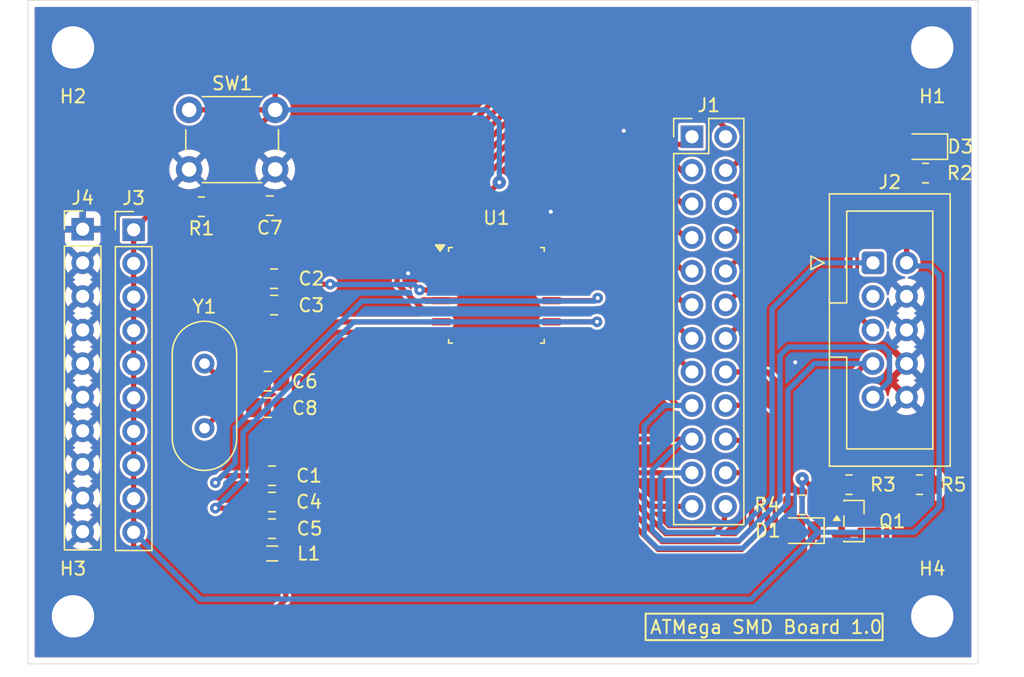
<source format=kicad_pcb>
(kicad_pcb (version 20241229) (generator "pcbnew") (generator_version "9.0")
  (title_block (title "ATMegaSMD_Board") (date "2025-10-26") (rev "1.0") (company "PKl"))
  (layers (0 "F.Cu" signal) (2 "B.Cu" signal) (13 "F.Paste" user) (15 "B.Paste" user) (5 "F.SilkS" user "F.Silkscreen") (7 "B.SilkS" user "B.Silkscreen") (1 "F.Mask" user) (3 "B.Mask" user) (25 "Edge.Cuts" user))
  (net 0 "")
  (net 1 "GND")
  (net 2 "AREF")
  (net 3 "VCC")
  (net 4 "AVCC")
  (net 5 "Net-(C6-Pad2)")
  (net 6 "XTAL1")
  (net 7 "Net-(C8-Pad1)")
  (net 8 "XTAL2")
  (net 10 "RESET")
  (net 11 "PD3")
  (net 12 "PC4")
  (net 13 "PD4")
  (net 14 "PB5")
  (net 15 "PB4")
  (net 16 "PB2")
  (net 17 "PD6")
  (net 18 "PC3")
  (net 19 "PC0")
  (net 20 "PC5")
  (net 21 "PB1")
  (net 22 "PD0")
  (net 23 "PD2")
  (net 24 "PB3")
  (net 25 "PC2")
  (net 26 "PD7")
  (net 27 "PD5")
  (net 28 "PD1")
  (net 29 "PB0")
  (net 30 "PC1")
  (net 31 "PE1")
  (net 32 "PE3")
  (net 33 "PE2")
  (net 34 "PE0")
  (net 35 "Net-(D1-K)")
  (net 36 "Net-(D1-A)")
  (net 37 "Net-(D3-A)")
  (net 38 "Net-(Q1-B)")
  (footprint "Package_TO_SOT_SMD:SOT-23" (layer "F.Cu") (at 184.0875 107.8)
    (property "Reference" "Q1" (at 2.8875 0.025 0) (layer "F.SilkS"))
    (property "Value" "BC847")
    (pad "1" smd roundrect (at -0.9375 -0.95) (size 1.475 0.6) (layers "F.Cu" "F.Mask" "F.Paste") (net 38 "Net-(Q1-B)"))
    (pad "2" smd roundrect (at -0.9375 0.95) (size 1.475 0.6) (layers "F.Cu" "F.Mask" "F.Paste") (net 1 "GND"))
    (pad "3" smd roundrect (at 0.9375 0) (size 1.475 0.6) (layers "F.Cu" "F.Mask" "F.Paste") (net 35 "Net-(D1-K)"))
  )
  (footprint "Capacitor_SMD:C_0805_2012Metric_Pad1.18x1.45mm_HandSolder" (layer "F.Cu") (at 140.285 89.48)
    (property "Reference" "C2" (at 2.815 -0.005 0) (layer "F.SilkS"))
    (property "Value" "100nF")
    (pad "1" smd roundrect (at -1.0375 0) (size 1.175 1.45) (layers "F.Cu" "F.Mask" "F.Paste") (roundrect_rratio 0.212766) (net 1 "GND"))
    (pad "2" smd roundrect (at 1.0375 0) (size 1.175 1.45) (layers "F.Cu" "F.Mask" "F.Paste") (roundrect_rratio 0.212766) (net 3 "VCC"))
  )
  (footprint "Connector_PinHeader_2.54mm:PinHeader_1x10_P2.54mm_Vertical" (layer "F.Cu") (at 125.83 85.74)
    (property "Reference" "J4" (at 0 -2.36 0) (layer "F.SilkS"))
    (property "Value" "Conn_01x10_Pin")
    (pad "1" thru_hole rect (at 0 0) (size 1.7 1.7) (drill 1) (layers "*.Cu" "*.Mask") (net 1 "GND"))
    (pad "2" thru_hole circle (at 0 2.54) (size 1.7 1.7) (drill 1) (layers "*.Cu" "*.Mask") (net 1 "GND"))
    (pad "3" thru_hole circle (at 0 5.08) (size 1.7 1.7) (drill 1) (layers "*.Cu" "*.Mask") (net 1 "GND"))
    (pad "4" thru_hole circle (at 0 7.62) (size 1.7 1.7) (drill 1) (layers "*.Cu" "*.Mask") (net 1 "GND"))
    (pad "5" thru_hole circle (at 0 10.16) (size 1.7 1.7) (drill 1) (layers "*.Cu" "*.Mask") (net 1 "GND"))
    (pad "6" thru_hole circle (at 0 12.7) (size 1.7 1.7) (drill 1) (layers "*.Cu" "*.Mask") (net 1 "GND"))
    (pad "7" thru_hole circle (at 0 15.24) (size 1.7 1.7) (drill 1) (layers "*.Cu" "*.Mask") (net 1 "GND"))
    (pad "8" thru_hole circle (at 0 17.78) (size 1.7 1.7) (drill 1) (layers "*.Cu" "*.Mask") (net 1 "GND"))
    (pad "9" thru_hole circle (at 0 20.32) (size 1.7 1.7) (drill 1) (layers "*.Cu" "*.Mask") (net 1 "GND"))
    (pad "10" thru_hole circle (at 0 22.86) (size 1.7 1.7) (drill 1) (layers "*.Cu" "*.Mask") (net 1 "GND"))
  )
  (footprint "Capacitor_SMD:C_0805_2012Metric_Pad1.18x1.45mm_HandSolder" (layer "F.Cu") (at 140.125 104.375 180)
    (property "Reference" "C1" (at -2.8 0 0) (layer "F.SilkS"))
    (property "Value" "100nF")
    (pad "1" smd roundrect (at -1.0375 0 180) (size 1.175 1.45) (layers "F.Cu" "F.Mask" "F.Paste") (roundrect_rratio 0.212766) (net 1 "GND"))
    (pad "2" smd roundrect (at 1.0375 0 180) (size 1.175 1.45) (layers "F.Cu" "F.Mask" "F.Paste") (roundrect_rratio 0.212766) (net 2 "AREF"))
  )
  (footprint "Connector_PinHeader_2.54mm:PinHeader_2x12_P2.54mm_Vertical" (layer "F.Cu") (at 171.85 78.75)
    (property "Reference" "J1" (at 1.27 -2.38 0) (layer "F.SilkS"))
    (property "Value" "Conn_02x12_Odd_Even")
    (pad "1" thru_hole rect (at 0 0) (size 1.7 1.7) (drill 1) (layers "*.Cu" "*.Mask") (net 20 "PC5"))
    (pad "2" thru_hole circle (at 2.54 0) (size 1.7 1.7) (drill 1) (layers "*.Cu" "*.Mask") (net 22 "PD0"))
    (pad "3" thru_hole circle (at 0 2.54) (size 1.7 1.7) (drill 1) (layers "*.Cu" "*.Mask") (net 12 "PC4"))
    (pad "4" thru_hole circle (at 2.54 2.54) (size 1.7 1.7) (drill 1) (layers "*.Cu" "*.Mask") (net 28 "PD1"))
    (pad "5" thru_hole circle (at 0 5.08) (size 1.7 1.7) (drill 1) (layers "*.Cu" "*.Mask") (net 18 "PC3"))
    (pad "6" thru_hole circle (at 2.54 5.08) (size 1.7 1.7) (drill 1) (layers "*.Cu" "*.Mask") (net 23 "PD2"))
    (pad "7" thru_hole circle (at 0 7.62) (size 1.7 1.7) (drill 1) (layers "*.Cu" "*.Mask") (net 25 "PC2"))
    (pad "8" thru_hole circle (at 2.54 7.62) (size 1.7 1.7) (drill 1) (layers "*.Cu" "*.Mask") (net 11 "PD3"))
    (pad "9" thru_hole circle (at 0 10.16) (size 1.7 1.7) (drill 1) (layers "*.Cu" "*.Mask") (net 30 "PC1"))
    (pad "10" thru_hole circle (at 2.54 10.16) (size 1.7 1.7) (drill 1) (layers "*.Cu" "*.Mask") (net 13 "PD4"))
    (pad "11" thru_hole circle (at 0 12.7) (size 1.7 1.7) (drill 1) (layers "*.Cu" "*.Mask") (net 19 "PC0"))
    (pad "12" thru_hole circle (at 2.54 12.7) (size 1.7 1.7) (drill 1) (layers "*.Cu" "*.Mask") (net 34 "PE0"))
    (pad "13" thru_hole circle (at 0 15.24) (size 1.7 1.7) (drill 1) (layers "*.Cu" "*.Mask") (net 32 "PE3"))
    (pad "14" thru_hole circle (at 2.54 15.24) (size 1.7 1.7) (drill 1) (layers "*.Cu" "*.Mask") (net 31 "PE1"))
    (pad "15" thru_hole circle (at 0 17.78) (size 1.7 1.7) (drill 1) (layers "*.Cu" "*.Mask") (net 33 "PE2"))
    (pad "16" thru_hole circle (at 2.54 17.78) (size 1.7 1.7) (drill 1) (layers "*.Cu" "*.Mask") (net 27 "PD5"))
    (pad "17" thru_hole circle (at 0 20.32) (size 1.7 1.7) (drill 1) (layers "*.Cu" "*.Mask") (net 14 "PB5"))
    (pad "18" thru_hole circle (at 2.54 20.32) (size 1.7 1.7) (drill 1) (layers "*.Cu" "*.Mask") (net 17 "PD6"))
    (pad "19" thru_hole circle (at 0 22.86) (size 1.7 1.7) (drill 1) (layers "*.Cu" "*.Mask") (net 15 "PB4"))
    (pad "20" thru_hole circle (at 2.54 22.86) (size 1.7 1.7) (drill 1) (layers "*.Cu" "*.Mask") (net 26 "PD7"))
    (pad "21" thru_hole circle (at 0 25.4) (size 1.7 1.7) (drill 1) (layers "*.Cu" "*.Mask") (net 24 "PB3"))
    (pad "22" thru_hole circle (at 2.54 25.4) (size 1.7 1.7) (drill 1) (layers "*.Cu" "*.Mask") (net 29 "PB0"))
    (pad "23" thru_hole circle (at 0 27.94) (size 1.7 1.7) (drill 1) (layers "*.Cu" "*.Mask") (net 16 "PB2"))
    (pad "24" thru_hole circle (at 2.54 27.94) (size 1.7 1.7) (drill 1) (layers "*.Cu" "*.Mask") (net 21 "PB1"))
  )
  (footprint "MountingHole:MountingHole_3.2mm_M3_DIN965_Pad" (layer "F.Cu") (at 125.1 72)
    (property "Reference" "H2" (at 0 3.7 0) (layer "F.SilkS"))
    (property "Value" "MountingHole_Pad" (hide yes))
    (pad "1" thru_hole circle (at 0 0) (size 5.6 5.6) (drill 3.2) (layers "*.Cu" "*.Mask") (net 1 "GND"))
  )
  (footprint "Resistor_SMD:R_0805_2012Metric" (layer "F.Cu") (at 189.0375 105.05 180)
    (property "Reference" "R5" (at -2.5625 0 0) (layer "F.SilkS"))
    (property "Value" "100kR")
    (pad "1" smd roundrect (at -0.9125 0 180) (size 1.025 1.4) (layers "F.Cu" "F.Mask" "F.Paste") (roundrect_rratio 0.243902) (net 1 "GND"))
    (pad "2" smd roundrect (at 0.9125 0 180) (size 1.025 1.4) (layers "F.Cu" "F.Mask" "F.Paste") (roundrect_rratio 0.243902) (net 38 "Net-(Q1-B)"))
  )
  (footprint "Capacitor_SMD:C_0805_2012Metric_Pad1.18x1.45mm_HandSolder" (layer "F.Cu") (at 139.96 83.96)
    (property "Reference" "C7" (at 0 1.675 0) (layer "F.SilkS"))
    (property "Value" "100nF" (hide yes))
    (pad "1" smd roundrect (at -1.0375 0) (size 1.175 1.45) (layers "F.Cu" "F.Mask" "F.Paste") (roundrect_rratio 0.212766) (net 10 "RESET"))
    (pad "2" smd roundrect (at 1.0375 0) (size 1.175 1.45) (layers "F.Cu" "F.Mask" "F.Paste") (roundrect_rratio 0.212766) (net 1 "GND"))
  )
  (footprint "Connector_IDC:IDC-Header_2x05_P2.54mm_Vertical" (layer "F.Cu") (at 185.52 88.28)
    (property "Reference" "J2" (at 1.27 -6.1 0) (layer "F.SilkS"))
    (property "Value" "AVR-ISP-10")
    (pad "1" thru_hole roundrect (at 0 0) (size 1.7 1.7) (drill 1) (layers "*.Cu" "*.Mask") (roundrect_rratio 0.147059) (net 24 "PB3"))
    (pad "2" thru_hole circle (at 2.54 0) (size 1.7 1.7) (drill 1) (layers "*.Cu" "*.Mask") (net 3 "VCC"))
    (pad "3" thru_hole circle (at 0 2.54) (size 1.7 1.7) (drill 1) (layers "*.Cu" "*.Mask"))
    (pad "4" thru_hole circle (at 2.54 2.54) (size 1.7 1.7) (drill 1) (layers "*.Cu" "*.Mask") (net 1 "GND"))
    (pad "5" thru_hole circle (at 0 5.08) (size 1.7 1.7) (drill 1) (layers "*.Cu" "*.Mask") (net 10 "RESET"))
    (pad "6" thru_hole circle (at 2.54 5.08) (size 1.7 1.7) (drill 1) (layers "*.Cu" "*.Mask") (net 1 "GND"))
    (pad "7" thru_hole circle (at 0 7.62) (size 1.7 1.7) (drill 1) (layers "*.Cu" "*.Mask") (net 14 "PB5"))
    (pad "8" thru_hole circle (at 2.54 7.62) (size 1.7 1.7) (drill 1) (layers "*.Cu" "*.Mask") (net 1 "GND"))
    (pad "9" thru_hole circle (at 0 10.16) (size 1.7 1.7) (drill 1) (layers "*.Cu" "*.Mask") (net 15 "PB4"))
    (pad "10" thru_hole circle (at 2.54 10.16) (size 1.7 1.7) (drill 1) (layers "*.Cu" "*.Mask") (net 1 "GND"))
  )
  (footprint "Resistor_SMD:R_0805_2012Metric" (layer "F.Cu") (at 189.4875 81.5)
    (property "Reference" "R2" (at 2.5875 0 0) (layer "F.SilkS"))
    (property "Value" "1K")
    (pad "1" smd roundrect (at -0.9125 0) (size 1.025 1.4) (layers "F.Cu" "F.Mask" "F.Paste") (roundrect_rratio 0.243902) (net 37 "Net-(D3-A)"))
    (pad "2" smd roundrect (at 0.9125 0) (size 1.025 1.4) (layers "F.Cu" "F.Mask" "F.Paste") (roundrect_rratio 0.243902) (net 3 "VCC"))
  )
  (footprint "LED_SMD:LED_0805_2012Metric" (layer "F.Cu") (at 189.475 79.5 180)
    (property "Reference" "D3" (at -2.65 0 0) (layer "F.SilkS"))
    (property "Value" "LED_PWR")
    (pad "1" smd roundrect (at -0.9375 0 180) (size 0.975 1.4) (layers "F.Cu" "F.Mask" "F.Paste") (net 1 "GND"))
    (pad "2" smd roundrect (at 0.9375 0 180) (size 0.975 1.4) (layers "F.Cu" "F.Mask" "F.Paste") (net 37 "Net-(D3-A)"))
  )
  (footprint "Resistor_SMD:R_0805_2012Metric" (layer "F.Cu") (at 134.7975 84.04)
    (property "Reference" "R1" (at 0 1.645 0) (layer "F.SilkS"))
    (property "Value" "10kR")
    (pad "1" smd roundrect (at -0.9125 0) (size 1.025 1.4) (layers "F.Cu" "F.Mask" "F.Paste") (roundrect_rratio 0.243902) (net 3 "VCC"))
    (pad "2" smd roundrect (at 0.9125 0) (size 1.025 1.4) (layers "F.Cu" "F.Mask" "F.Paste") (roundrect_rratio 0.243902) (net 10 "RESET"))
  )
  (footprint "Capacitor_SMD:C_0805_2012Metric_Pad1.18x1.45mm_HandSolder" (layer "F.Cu") (at 139.8 97.225 180)
    (property "Reference" "C6" (at -2.8075 -0.02 0) (layer "F.SilkS"))
    (property "Value" "22pF")
    (pad "1" smd roundrect (at -1.0375 0 180) (size 1.175 1.45) (layers "F.Cu" "F.Mask" "F.Paste") (roundrect_rratio 0.212766) (net 6 "XTAL1"))
    (pad "2" smd roundrect (at 1.0375 0 180) (size 1.175 1.45) (layers "F.Cu" "F.Mask" "F.Paste") (roundrect_rratio 0.212766) (net 5 "Net-(C6-Pad2)"))
  )
  (footprint "Capacitor_SMD:C_0805_2012Metric_Pad1.18x1.45mm_HandSolder" (layer "F.Cu") (at 140.1225 106.365)
    (property "Reference" "C4" (at 2.8025 -0.015 0) (layer "F.SilkS"))
    (property "Value" "100nF")
    (pad "1" smd roundrect (at -1.0375 0) (size 1.175 1.45) (layers "F.Cu" "F.Mask" "F.Paste") (roundrect_rratio 0.212766) (net 4 "AVCC"))
    (pad "2" smd roundrect (at 1.0375 0) (size 1.175 1.45) (layers "F.Cu" "F.Mask" "F.Paste") (roundrect_rratio 0.212766) (net 1 "GND"))
  )
  (footprint "Inductor_SMD:L_0805_2012Metric_Pad1.05x1.20mm_HandSolder" (layer "F.Cu") (at 140.15 110.25 180)
    (property "Reference" "L1" (at -2.755 -0.01 0) (layer "F.SilkS"))
    (property "Value" "600 Ω@100 MHz" (hide yes))
    (pad "1" smd roundrect (at -1.15 0 180) (size 1.05 1.2) (layers "F.Cu" "F.Mask" "F.Paste") (roundrect_rratio 0.238095) (net 3 "VCC"))
    (pad "2" smd roundrect (at 1.15 0 180) (size 1.05 1.2) (layers "F.Cu" "F.Mask" "F.Paste") (roundrect_rratio 0.238095) (net 4 "AVCC"))
  )
  (footprint "Connector_PinHeader_2.54mm:PinHeader_1x10_P2.54mm_Vertical" (layer "F.Cu") (at 129.68 85.785)
    (property "Reference" "J3" (at 0 -2.395 0) (layer "F.SilkS"))
    (property "Value" "Conn_01x10_Pin")
    (pad "1" thru_hole rect (at 0 0) (size 1.7 1.7) (drill 1) (layers "*.Cu" "*.Mask") (net 3 "VCC"))
    (pad "2" thru_hole circle (at 0 2.54) (size 1.7 1.7) (drill 1) (layers "*.Cu" "*.Mask") (net 3 "VCC"))
    (pad "3" thru_hole circle (at 0 5.08) (size 1.7 1.7) (drill 1) (layers "*.Cu" "*.Mask") (net 3 "VCC"))
    (pad "4" thru_hole circle (at 0 7.62) (size 1.7 1.7) (drill 1) (layers "*.Cu" "*.Mask") (net 3 "VCC"))
    (pad "5" thru_hole circle (at 0 10.16) (size 1.7 1.7) (drill 1) (layers "*.Cu" "*.Mask") (net 3 "VCC"))
    (pad "6" thru_hole circle (at 0 12.7) (size 1.7 1.7) (drill 1) (layers "*.Cu" "*.Mask") (net 3 "VCC"))
    (pad "7" thru_hole circle (at 0 15.24) (size 1.7 1.7) (drill 1) (layers "*.Cu" "*.Mask") (net 3 "VCC"))
    (pad "8" thru_hole circle (at 0 17.78) (size 1.7 1.7) (drill 1) (layers "*.Cu" "*.Mask") (net 3 "VCC"))
    (pad "9" thru_hole circle (at 0 20.32) (size 1.7 1.7) (drill 1) (layers "*.Cu" "*.Mask") (net 3 "VCC"))
    (pad "10" thru_hole circle (at 0 22.86) (size 1.7 1.7) (drill 1) (layers "*.Cu" "*.Mask") (net 3 "VCC"))
  )
  (footprint "Resistor_SMD:R_0805_2012Metric" (layer "F.Cu") (at 183.7125 105.05)
    (property "Reference" "R3" (at 2.5625 0 0) (layer "F.SilkS"))
    (property "Value" "10kR")
    (pad "1" smd roundrect (at -0.9125 0) (size 1.025 1.4) (layers "F.Cu" "F.Mask" "F.Paste") (roundrect_rratio 0.243902) (net 38 "Net-(Q1-B)"))
    (pad "2" smd roundrect (at 0.9125 0) (size 1.025 1.4) (layers "F.Cu" "F.Mask" "F.Paste") (roundrect_rratio 0.243902) (net 14 "PB5"))
  )
  (footprint "Package_QFP:TQFP-32_7x7mm_P0.8mm" (layer "F.Cu") (at 157.08 90.74)
    (property "Reference" "U1" (at 0 -5.85 0) (layer "F.SilkS"))
    (property "Value" "ATmega328PB-A")
    (pad "1" smd roundrect (at -4.1625 -2.8) (size 1.475 0.55) (layers "F.Cu" "F.Mask" "F.Paste") (net 11 "PD3"))
    (pad "2" smd roundrect (at -4.1625 -2) (size 1.475 0.55) (layers "F.Cu" "F.Mask" "F.Paste") (net 13 "PD4"))
    (pad "3" smd roundrect (at -4.1625 -1.2) (size 1.475 0.55) (layers "F.Cu" "F.Mask" "F.Paste") (net 34 "PE0"))
    (pad "4" smd roundrect (at -4.1625 -0.4) (size 1.475 0.55) (layers "F.Cu" "F.Mask" "F.Paste") (net 3 "VCC"))
    (pad "5" smd roundrect (at -4.1625 0.4) (size 1.475 0.55) (layers "F.Cu" "F.Mask" "F.Paste") (net 1 "GND"))
    (pad "6" smd roundrect (at -4.1625 1.2) (size 1.475 0.55) (layers "F.Cu" "F.Mask" "F.Paste") (net 31 "PE1"))
    (pad "7" smd roundrect (at -4.1625 2) (size 1.475 0.55) (layers "F.Cu" "F.Mask" "F.Paste") (net 6 "XTAL1"))
    (pad "8" smd roundrect (at -4.1625 2.8) (size 1.475 0.55) (layers "F.Cu" "F.Mask" "F.Paste") (net 8 "XTAL2"))
    (pad "9" smd roundrect (at -2.8 4.1625) (size 0.55 1.475) (layers "F.Cu" "F.Mask" "F.Paste") (net 27 "PD5"))
    (pad "10" smd roundrect (at -2 4.1625) (size 0.55 1.475) (layers "F.Cu" "F.Mask" "F.Paste") (net 17 "PD6"))
    (pad "11" smd roundrect (at -1.2 4.1625) (size 0.55 1.475) (layers "F.Cu" "F.Mask" "F.Paste") (net 26 "PD7"))
    (pad "12" smd roundrect (at -0.4 4.1625) (size 0.55 1.475) (layers "F.Cu" "F.Mask" "F.Paste") (net 29 "PB0"))
    (pad "13" smd roundrect (at 0.4 4.1625) (size 0.55 1.475) (layers "F.Cu" "F.Mask" "F.Paste") (net 21 "PB1"))
    (pad "14" smd roundrect (at 1.2 4.1625) (size 0.55 1.475) (layers "F.Cu" "F.Mask" "F.Paste") (net 16 "PB2"))
    (pad "15" smd roundrect (at 2 4.1625) (size 0.55 1.475) (layers "F.Cu" "F.Mask" "F.Paste") (net 24 "PB3"))
    (pad "16" smd roundrect (at 2.8 4.1625) (size 0.55 1.475) (layers "F.Cu" "F.Mask" "F.Paste") (net 15 "PB4"))
    (pad "17" smd roundrect (at 4.1625 2.8) (size 1.475 0.55) (layers "F.Cu" "F.Mask" "F.Paste") (net 14 "PB5"))
    (pad "18" smd roundrect (at 4.1625 2) (size 1.475 0.55) (layers "F.Cu" "F.Mask" "F.Paste") (net 4 "AVCC"))
    (pad "19" smd roundrect (at 4.1625 1.2) (size 1.475 0.55) (layers "F.Cu" "F.Mask" "F.Paste") (net 33 "PE2"))
    (pad "20" smd roundrect (at 4.1625 0.4) (size 1.475 0.55) (layers "F.Cu" "F.Mask" "F.Paste") (net 2 "AREF"))
    (pad "21" smd roundrect (at 4.1625 -0.4) (size 1.475 0.55) (layers "F.Cu" "F.Mask" "F.Paste") (net 1 "GND"))
    (pad "22" smd roundrect (at 4.1625 -1.2) (size 1.475 0.55) (layers "F.Cu" "F.Mask" "F.Paste") (net 32 "PE3"))
    (pad "23" smd roundrect (at 4.1625 -2) (size 1.475 0.55) (layers "F.Cu" "F.Mask" "F.Paste") (net 19 "PC0"))
    (pad "24" smd roundrect (at 4.1625 -2.8) (size 1.475 0.55) (layers "F.Cu" "F.Mask" "F.Paste") (net 30 "PC1"))
    (pad "25" smd roundrect (at 2.8 -4.1625) (size 0.55 1.475) (layers "F.Cu" "F.Mask" "F.Paste") (net 25 "PC2"))
    (pad "26" smd roundrect (at 2 -4.1625) (size 0.55 1.475) (layers "F.Cu" "F.Mask" "F.Paste") (net 18 "PC3"))
    (pad "27" smd roundrect (at 1.2 -4.1625) (size 0.55 1.475) (layers "F.Cu" "F.Mask" "F.Paste") (net 12 "PC4"))
    (pad "28" smd roundrect (at 0.4 -4.1625) (size 0.55 1.475) (layers "F.Cu" "F.Mask" "F.Paste") (net 20 "PC5"))
    (pad "29" smd roundrect (at -0.4 -4.1625) (size 0.55 1.475) (layers "F.Cu" "F.Mask" "F.Paste") (net 10 "RESET"))
    (pad "30" smd roundrect (at -1.2 -4.1625) (size 0.55 1.475) (layers "F.Cu" "F.Mask" "F.Paste") (net 22 "PD0"))
    (pad "31" smd roundrect (at -2 -4.1625) (size 0.55 1.475) (layers "F.Cu" "F.Mask" "F.Paste") (net 28 "PD1"))
    (pad "32" smd roundrect (at -2.8 -4.1625) (size 0.55 1.475) (layers "F.Cu" "F.Mask" "F.Paste") (net 23 "PD2"))
  )
  (footprint "Button_Switch_THT:SW_PUSH_6mm" (layer "F.Cu") (at 133.87 76.72)
    (property "Reference" "SW1" (at 3.25 -2 0) (layer "F.SilkS"))
    (property "Value" "Tact Switch 6x6mm / 13mm" (hide yes))
    (pad "1" thru_hole circle (at 0 0 90) (size 2 2) (drill 1.1) (layers "*.Cu" "*.Mask") (net 10 "RESET"))
    (pad "1" thru_hole circle (at 6.5 0 90) (size 2 2) (drill 1.1) (layers "*.Cu" "*.Mask") (net 10 "RESET"))
    (pad "2" thru_hole circle (at 0 4.5 90) (size 2 2) (drill 1.1) (layers "*.Cu" "*.Mask") (net 1 "GND"))
    (pad "2" thru_hole circle (at 6.5 4.5 90) (size 2 2) (drill 1.1) (layers "*.Cu" "*.Mask") (net 1 "GND"))
  )
  (footprint "LED_SMD:LED_0805_2012Metric" (layer "F.Cu") (at 180.15 108.525 180)
    (property "Reference" "D1" (at 2.575 0 0) (layer "F.SilkS"))
    (property "Value" "LED_SCK")
    (pad "1" smd roundrect (at -0.9375 0 180) (size 0.975 1.4) (layers "F.Cu" "F.Mask" "F.Paste") (net 35 "Net-(D1-K)"))
    (pad "2" smd roundrect (at 0.9375 0 180) (size 0.975 1.4) (layers "F.Cu" "F.Mask" "F.Paste") (net 36 "Net-(D1-A)"))
  )
  (footprint "MountingHole:MountingHole_3.2mm_M3_DIN965_Pad" (layer "F.Cu") (at 125.1 115)
    (property "Reference" "H3" (at 0 -3.6 0) (layer "F.SilkS"))
    (property "Value" "MountingHole_Pad")
    (pad "1" thru_hole circle (at 0 0) (size 5.6 5.6) (drill 3.2) (layers "*.Cu" "*.Mask") (net 1 "GND"))
  )
  (footprint "Capacitor_SMD:C_0805_2012Metric_Pad1.18x1.45mm_HandSolder" (layer "F.Cu") (at 140.125 108.375)
    (property "Reference" "C5" (at 2.8425 0 0) (layer "F.SilkS"))
    (property "Value" "1uF")
    (pad "1" smd roundrect (at -1.0375 0) (size 1.175 1.45) (layers "F.Cu" "F.Mask" "F.Paste") (roundrect_rratio 0.212766) (net 4 "AVCC"))
    (pad "2" smd roundrect (at 1.0375 0) (size 1.175 1.45) (layers "F.Cu" "F.Mask" "F.Paste") (roundrect_rratio 0.212766) (net 1 "GND"))
  )
  (footprint "Crystal:Crystal_HC49-4H_Vertical" (layer "F.Cu") (at 135.03 95.895 -90)
    (property "Reference" "Y1" (at -4.3 0 0) (layer "F.SilkS"))
    (property "Value" "16MHz")
    (pad "1" thru_hole circle (at 0 0 270) (size 1.5 1.5) (drill 0.8) (layers "*.Cu" "*.Mask") (net 5 "Net-(C6-Pad2)"))
    (pad "2" thru_hole circle (at 4.88 0 270) (size 1.5 1.5) (drill 0.8) (layers "*.Cu" "*.Mask") (net 7 "Net-(C8-Pad1)"))
  )
  (footprint "Resistor_SMD:R_0805_2012Metric" (layer "F.Cu") (at 180.1625 106.575)
    (property "Reference" "R4" (at -2.6375 0 0) (layer "F.SilkS"))
    (property "Value" "1K")
    (pad "1" smd roundrect (at -0.9125 0) (size 1.025 1.4) (layers "F.Cu" "F.Mask" "F.Paste") (roundrect_rratio 0.243902) (net 36 "Net-(D1-A)"))
    (pad "2" smd roundrect (at 0.9125 0) (size 1.025 1.4) (layers "F.Cu" "F.Mask" "F.Paste") (roundrect_rratio 0.243902) (net 3 "VCC"))
  )
  (footprint "Capacitor_SMD:C_0805_2012Metric_Pad1.18x1.45mm_HandSolder" (layer "F.Cu") (at 140.2875 91.475)
    (property "Reference" "C3" (at 2.8075 0.015 0) (layer "F.SilkS"))
    (property "Value" "1uF")
    (pad "1" smd roundrect (at -1.0375 0) (size 1.175 1.45) (layers "F.Cu" "F.Mask" "F.Paste") (roundrect_rratio 0.212766) (net 1 "GND"))
    (pad "2" smd roundrect (at 1.0375 0) (size 1.175 1.45) (layers "F.Cu" "F.Mask" "F.Paste") (roundrect_rratio 0.212766) (net 3 "VCC"))
  )
  (footprint "Capacitor_SMD:C_0805_2012Metric_Pad1.18x1.45mm_HandSolder" (layer "F.Cu") (at 139.8 99.225)
    (property "Reference" "C8" (at 2.8075 0.04 0) (layer "F.SilkS"))
    (property "Value" "22pF")
    (pad "1" smd roundrect (at -1.0375 0) (size 1.175 1.45) (layers "F.Cu" "F.Mask" "F.Paste") (roundrect_rratio 0.212766) (net 7 "Net-(C8-Pad1)"))
    (pad "2" smd roundrect (at 1.0375 0) (size 1.175 1.45) (layers "F.Cu" "F.Mask" "F.Paste") (roundrect_rratio 0.212766) (net 8 "XTAL2"))
  )
  (footprint "MountingHole:MountingHole_3.2mm_M3_DIN965_Pad" (layer "F.Cu") (at 190 115)
    (property "Reference" "H4" (at 0 -3.6 0) (layer "F.SilkS"))
    (property "Value" "MountingHole_Pad")
    (pad "1" thru_hole circle (at 0 0) (size 5.6 5.6) (drill 3.2) (layers "*.Cu" "*.Mask") (net 1 "GND"))
  )
  (footprint "MountingHole:MountingHole_3.2mm_M3_DIN965_Pad" (layer "F.Cu") (at 190 72)
    (property "Reference" "H1" (at 0 3.7 0) (layer "F.SilkS"))
    (property "Value" "MountingHole_Pad" (hide yes))
    (pad "1" thru_hole circle (at 0 0) (size 5.6 5.6) (drill 3.2) (layers "*.Cu" "*.Mask") (net 1 "GND"))
  )
  (gr_rect (start 168.35 114.8) (end 186.25 116.8) (stroke (width 0.15)) (fill no) (layer "F.SilkS"))
  (gr_rect (start 121.707152 68.44) (end 193.45 118.595) (stroke (width 0.05)) (fill no) (layer "Edge.Cuts"))
  (gr_text "ATMega SMD Board 1.0" (at 168.6 116.4 0) (layer "F.SilkS") (effects (font (size 1 1)) (justify left bottom)))
  (via (at 150.41 89.07) (size 0.8) (drill 0.3) (layers "F.Cu" "B.Cu") (net 1))
  (via (at 179.65 95.8) (size 0.8) (drill 0.3) (layers "F.Cu" "B.Cu") (net 1))
  (via (at 161.19 84.42) (size 0.8) (drill 0.3) (layers "F.Cu" "B.Cu") (net 1))
  (via (at 166.7 78.3) (size 0.8) (drill 0.3) (layers "F.Cu" "B.Cu") (net 1))
  (segment (start 136.375 104.375) (end 139.0875 104.375) (width 0.4) (layer "F.Cu") (net 2))
  (segment (start 164.53 91.14) (end 164.73 90.94) (width 0.4) (layer "F.Cu") (net 2))
  (segment (start 135.85 104.9) (end 136.375 104.375) (width 0.4) (layer "F.Cu") (net 2))
  (segment (start 161.2425 91.14) (end 164.53 91.14) (width 0.4) (layer "F.Cu") (net 2))
  (via (at 164.73 90.94) (size 0.8) (drill 0.3) (layers "F.Cu" "B.Cu") (net 2))
  (via (at 135.85 104.9) (size 0.8) (drill 0.3) (layers "F.Cu" "B.Cu") (net 2))
  (segment (start 164.5 91.17) (end 146.93 91.17) (width 0.4) (layer "B.Cu") (net 2))
  (segment (start 146.93 91.17) (end 137.35 100.75) (width 0.4) (layer "B.Cu") (net 2))
  (segment (start 164.73 90.94) (end 164.5 91.17) (width 0.4) (layer "B.Cu") (net 2))
  (segment (start 137.35 103.4) (end 135.85 104.9) (width 0.4) (layer "B.Cu") (net 2))
  (segment (start 137.35 100.75) (end 137.35 103.4) (width 0.4) (layer "B.Cu") (net 2))
  (segment (start 141.7325 89.89) (end 141.3225 89.48) (width 0.4) (layer "F.Cu") (net 3))
  (segment (start 141.325 91.475) (end 141.31 91.46) (width 0.4) (layer "F.Cu") (net 3))
  (segment (start 141.17 110.38) (end 141.17 113.72) (width 0.4) (layer "F.Cu") (net 3))
  (segment (start 180.25 104.6) (end 180.9375 105.2875) (width 0.4) (layer "F.Cu") (net 3))
  (segment (start 143.29 89.89) (end 141.7325 89.89) (width 0.4) (layer "F.Cu") (net 3))
  (segment (start 141.31 89.4925) (end 141.3225 89.48) (width 0.4) (layer "F.Cu") (net 3))
  (segment (start 129.68 85.785) (end 129.68 108.645) (width 0.4) (layer "F.Cu") (net 3))
  (segment (start 188.06 83.84) (end 188.06 88.28) (width 0.4) (layer "F.Cu") (net 3))
  (segment (start 141.17 113.72) (end 140.37 114.52) (width 0.4) (layer "F.Cu") (net 3))
  (segment (start 141.31 91.46) (end 141.31 89.4925) (width 0.4) (layer "F.Cu") (net 3))
  (segment (start 180.175 104.6) (end 180.25 104.6) (width 0.4) (layer "F.Cu") (net 3))
  (segment (start 141.3 110.25) (end 141.17 110.38) (width 0.4) (layer "F.Cu") (net 3))
  (segment (start 143.3 89.9) (end 143.29 89.89) (width 0.4) (layer "F.Cu") (net 3))
  (segment (start 133.885 84.04) (end 137.6775 87.8325) (width 0.4) (layer "F.Cu") (net 3))
  (segment (start 129.68 113.93) (end 129.68 108.645) (width 0.4) (layer "F.Cu") (net 3))
  (segment (start 151.28 90.34) (end 152.9175 90.34) (width 0.4) (layer "F.Cu") (net 3))
  (segment (start 180.9375 105.2875) (end 180.9375 106.575) (width 0.4) (layer "F.Cu") (net 3))
  (segment (start 131.425 84.04) (end 129.68 85.785) (width 0.4) (layer "F.Cu") (net 3))
  (segment (start 144.525 89.9) (end 143.3 89.9) (width 0.4) (layer "F.Cu") (net 3))
  (segment (start 133.885 84.04) (end 131.425 84.04) (width 0.4) (layer "F.Cu") (net 3))
  (segment (start 141.3225 89.48) (end 141.3225 87.8325) (width 0.4) (layer "F.Cu") (net 3))
  (segment (start 130.27 114.52) (end 129.68 113.93) (width 0.4) (layer "F.Cu") (net 3))
  (segment (start 140.37 114.52) (end 130.27 114.52) (width 0.4) (layer "F.Cu") (net 3))
  (segment (start 137.6775 87.8325) (end 140.95 87.8325) (width 0.4) (layer "F.Cu") (net 3))
  (segment (start 140.95 87.8325) (end 141.3225 87.8325) (width 0.4) (layer "F.Cu") (net 3))
  (segment (start 190.4 81.5) (end 188.06 83.84) (width 0.4) (layer "F.Cu") (net 3))
  (via (at 180.175 104.6) (size 1) (drill 0.3) (layers "F.Cu" "B.Cu") (net 3))
  (via (at 144.525 89.9) (size 0.8) (drill 0.3) (layers "F.Cu" "B.Cu") (net 3))
  (via (at 151.28 90.34) (size 0.8) (drill 0.3) (layers "F.Cu" "B.Cu") (net 3))
  (segment (start 180.175 107.445) (end 181.375 108.645) (width 0.4) (layer "B.Cu") (net 3))
  (segment (start 180.175 104.6) (end 180.175 107.445) (width 0.4) (layer "B.Cu") (net 3))
  (segment (start 188.305 88.525) (end 188.06 88.28) (width 0.4) (layer "B.Cu") (net 3))
  (segment (start 144.835 89.9) (end 144.855 89.92) (width 0.4) (layer "B.Cu") (net 3))
  (segment (start 181.375 108.645) (end 188.63 108.645) (width 0.4) (layer "B.Cu") (net 3))
  (segment (start 129.68 108.645) (end 134.735 113.7) (width 0.4) (layer "B.Cu") (net 3))
  (segment (start 189.825 88.525) (end 188.305 88.525) (width 0.4) (layer "B.Cu") (net 3))
  (segment (start 144.525 89.9) (end 144.835 89.9) (width 0.4) (layer "B.Cu") (net 3))
  (segment (start 134.735 113.7) (end 176.32 113.7) (width 0.4) (layer "B.Cu") (net 3))
  (segment (start 188.63 108.645) (end 190.525 106.75) (width 0.4) (layer "B.Cu") (net 3))
  (segment (start 190.525 89.225) (end 189.825 88.525) (width 0.4) (layer "B.Cu") (net 3))
  (segment (start 190.525 106.75) (end 190.525 89.225) (width 0.4) (layer "B.Cu") (net 3))
  (segment (start 150.86 89.92) (end 151.28 90.34) (width 0.4) (layer "B.Cu") (net 3))
  (segment (start 176.32 113.7) (end 181.375 108.645) (width 0.4) (layer "B.Cu") (net 3))
  (segment (start 144.855 89.92) (end 150.86 89.92) (width 0.4) (layer "B.Cu") (net 3))
  (segment (start 135.85 106.825) (end 138.625 106.825) (width 0.4) (layer "F.Cu") (net 4))
  (segment (start 164.68 92.74) (end 161.2425 92.74) (width 0.4) (layer "F.Cu") (net 4))
  (segment (start 138.625 106.825) (end 139.085 106.365) (width 0.4) (layer "F.Cu") (net 4))
  (segment (start 139.085 106.365) (end 139 106.45) (width 0.4) (layer "F.Cu") (net 4))
  (segment (start 139 106.45) (end 139 110.25) (width 0.4) (layer "F.Cu") (net 4))
  (segment (start 139.045 106.38) (end 139.055 106.37) (width 0.4) (layer "F.Cu") (net 4))
  (via (at 164.68 92.74) (size 0.8) (drill 0.3) (layers "F.Cu" "B.Cu") (net 4))
  (via (at 135.85 106.825) (size 0.8) (drill 0.3) (layers "F.Cu" "B.Cu") (net 4))
  (segment (start 137.95 104.725) (end 135.85 106.825) (width 0.4) (layer "B.Cu") (net 4))
  (segment (start 137.95 101.1) (end 137.95 104.725) (width 0.4) (layer "B.Cu") (net 4))
  (segment (start 164.68 92.74) (end 146.31 92.74) (width 0.4) (layer "B.Cu") (net 4))
  (segment (start 146.31 92.74) (end 137.95 101.1) (width 0.4) (layer "B.Cu") (net 4))
  (segment (start 138.7625 97.225) (end 138.285 97.225) (width 0.4) (layer "F.Cu") (net 5))
  (segment (start 136.485 97.35) (end 135.03 95.895) (width 0.4) (layer "F.Cu") (net 5))
  (segment (start 138.285 97.225) (end 138.16 97.35) (width 0.4) (layer "F.Cu") (net 5))
  (segment (start 138.16 97.35) (end 136.485 97.35) (width 0.4) (layer "F.Cu") (net 5))
  (segment (start 140.8375 96.7475) (end 144.835 92.75) (width 0.4) (layer "F.Cu") (net 6))
  (segment (start 144.835 92.75) (end 152.9075 92.75) (width 0.4) (layer "F.Cu") (net 6))
  (segment (start 152.9075 92.75) (end 152.9175 92.74) (width 0.4) (layer "F.Cu") (net 6))
  (segment (start 140.8375 97.225) (end 140.8375 96.7475) (width 0.4) (layer "F.Cu") (net 6))
  (segment (start 139.005 99.735) (end 138.495 99.225) (width 0.4) (layer "F.Cu") (net 7))
  (segment (start 138.495 99.225) (end 136.58 99.225) (width 0.4) (layer "F.Cu") (net 7))
  (segment (start 136.58 99.225) (end 135.03 100.775) (width 0.4) (layer "F.Cu") (net 7))
  (segment (start 144.92 93.53) (end 152.9075 93.53) (width 0.4) (layer "F.Cu") (net 8))
  (segment (start 152.9075 93.53) (end 152.9175 93.54) (width 0.4) (layer "F.Cu") (net 8))
  (segment (start 141.825 96.625) (end 144.92 93.53) (width 0.4) (layer "F.Cu") (net 8))
  (segment (start 140.855 99.585) (end 140.81 99.63) (width 0.4) (layer "F.Cu") (net 8))
  (segment (start 141.825 98.99) (end 141.825 96.625) (width 0.4) (layer "F.Cu") (net 8))
  (segment (start 141.08 99.735) (end 141.825 98.99) (width 0.4) (layer "F.Cu") (net 8))
  (segment (start 140.37 72.28) (end 140.37 76.72) (width 0.4) (layer "F.Cu") (net 10))
  (segment (start 138.9425 83.85) (end 137.96 83.85) (width 0.4) (layer "F.Cu") (net 10))
  (segment (start 138.8425 84.04) (end 138.9225 83.96) (width 0.4) (layer "F.Cu") (net 10))
  (segment (start 156.68 86.5775) (end 156.68 82.82) (width 0.4) (layer "F.Cu") (net 10))
  (segment (start 137.96 83.85) (end 137.25 83.14) (width 0.4) (layer "F.Cu") (net 10))
  (segment (start 137.25 83.14) (end 137.25 79.84) (width 0.4) (layer "F.Cu") (net 10))
  (segment (start 142.18 70.47) (end 140.37 72.28) (width 0.4) (layer "F.Cu") (net 10))
  (segment (start 140.17 76.52) (end 140.37 76.72) (width 0.4) (layer "F.Cu") (net 10))
  (segment (start 185.52 93.36) (end 183.79 91.63) (width 0.4) (layer "F.Cu") (net 10))
  (segment (start 135.71 84.04) (end 138.8425 84.04) (width 0.4) (layer "F.Cu") (net 10))
  (segment (start 137.25 79.84) (end 140.37 76.72) (width 0.4) (layer "F.Cu") (net 10))
  (segment (start 140.37 76.72) (end 133.87 76.72) (width 0.4) (layer "F.Cu") (net 10))
  (segment (start 156.68 82.82) (end 157.3 82.2) (width 0.4) (layer "F.Cu") (net 10))
  (segment (start 182.53 70.47) (end 142.18 70.47) (width 0.4) (layer "F.Cu") (net 10))
  (segment (start 183.79 71.73) (end 182.53 70.47) (width 0.4) (layer "F.Cu") (net 10))
  (segment (start 183.79 91.63) (end 183.79 71.73) (width 0.4) (layer "F.Cu") (net 10))
  (via (at 157.3 82.2) (size 1) (drill 0.3) (layers "F.Cu" "B.Cu") (net 10))
  (segment (start 157.3 82.2) (end 157.3 77.7) (width 0.4) (layer "B.Cu") (net 10))
  (segment (start 156.32 76.72) (end 140.37 76.72) (width 0.4) (layer "B.Cu") (net 10))
  (segment (start 140.48 76.61) (end 140.37 76.72) (width 0.4) (layer "B.Cu") (net 10))
  (segment (start 157.3 77.7) (end 156.32 76.72) (width 0.4) (layer "B.Cu") (net 10))
  (segment (start 177.56 77.56) (end 177.56 83.49) (width 0.4) (layer "F.Cu") (net 11))
  (segment (start 160.05 75.44) (end 175.44 75.44) (width 0.4) (layer "F.Cu") (net 11))
  (segment (start 152.21 87.94) (end 151.55 87.28) (width 0.4) (layer "F.Cu") (net 11))
  (segment (start 152.9175 87.94) (end 152.21 87.94) (width 0.4) (layer "F.Cu") (net 11))
  (segment (start 177.56 83.49) (end 174.805 86.245) (width 0.4) (layer "F.Cu") (net 11))
  (segment (start 175.44 75.44) (end 177.56 77.56) (width 0.4) (layer "F.Cu") (net 11))
  (segment (start 152.43 87.95) (end 152.45 87.97) (width 0.4) (layer "F.Cu") (net 11))
  (segment (start 151.55 87.28) (end 151.55 83.94) (width 0.4) (layer "F.Cu") (net 11))
  (segment (start 151.55 83.94) (end 160.05 75.44) (width 0.4) (layer "F.Cu") (net 11))
  (segment (start 169.73 79.98) (end 171.2 81.45) (width 0.4) (layer "F.Cu") (net 12))
  (segment (start 171.2 81.45) (end 172.01 81.45) (width 0.4) (layer "F.Cu") (net 12))
  (segment (start 158.28 86.5775) (end 158.28 83.72) (width 0.4) (layer "F.Cu") (net 12))
  (segment (start 158.28 83.72) (end 162.02 79.98) (width 0.4) (layer "F.Cu") (net 12))
  (segment (start 162.02 79.98) (end 169.73 79.98) (width 0.4) (layer "F.Cu") (net 12))
  (segment (start 178.24 77.38) (end 178.24 85.06) (width 0.4) (layer "F.Cu") (net 13))
  (segment (start 175.69 74.83) (end 178.24 77.38) (width 0.4) (layer "F.Cu") (net 13))
  (segment (start 150.82 87.44) (end 150.82 83.82) (width 0.4) (layer "F.Cu") (net 13))
  (segment (start 178.24 85.06) (end 174.39 88.91) (width 0.4) (layer "F.Cu") (net 13))
  (segment (start 152.9175 88.74) (end 152.12 88.74) (width 0.4) (layer "F.Cu") (net 13))
  (segment (start 159.81 74.83) (end 175.69 74.83) (width 0.4) (layer "F.Cu") (net 13))
  (segment (start 152.12 88.74) (end 150.82 87.44) (width 0.4) (layer "F.Cu") (net 13))
  (segment (start 150.82 83.82) (end 159.81 74.83) (width 0.4) (layer "F.Cu") (net 13))
  (segment (start 183.775 104.2) (end 184.625 105.05) (width 0.4) (layer "F.Cu") (net 14))
  (segment (start 185.52 95.9) (end 184.975 95.9) (width 0.4) (layer "F.Cu") (net 14))
  (segment (start 161.2425 93.54) (end 165.24 93.54) (width 0.4) (layer "F.Cu") (net 14))
  (segment (start 184.975 95.9) (end 183.775 97.1) (width 0.4) (layer "F.Cu") (net 14))
  (segment (start 170.77 99.07) (end 171.85 99.07) (width 0.4) (layer "F.Cu") (net 14))
  (segment (start 183.775 97.1) (end 183.775 104.2) (width 0.4) (layer "F.Cu") (net 14))
  (segment (start 165.24 93.54) (end 170.77 99.07) (width 0.4) (layer "F.Cu") (net 14))
  (segment (start 179.1 106.447056) (end 175.697056 109.85) (width 0.4) (layer "B.Cu") (net 14))
  (segment (start 185.52 95.9) (end 181.1 95.9) (width 0.4) (layer "B.Cu") (net 14))
  (segment (start 179.1 97.9) (end 179.1 106.447056) (width 0.4) (layer "B.Cu") (net 14))
  (segment (start 169.25 109.85) (end 168.25 108.85) (width 0.4) (layer "B.Cu") (net 14))
  (segment (start 168.25 108.85) (end 168.25 100.6) (width 0.4) (layer "B.Cu") (net 14))
  (segment (start 181.1 95.9) (end 179.1 97.9) (width 0.4) (layer "B.Cu") (net 14))
  (segment (start 169.78 99.07) (end 171.85 99.07) (width 0.4) (layer "B.Cu") (net 14))
  (segment (start 168.25 100.6) (end 169.78 99.07) (width 0.4) (layer "B.Cu") (net 14))
  (segment (start 175.697056 109.85) (end 169.25 109.85) (width 0.4) (layer "B.Cu") (net 14))
  (segment (start 165.34 101.61) (end 171.85 101.61) (width 0.4) (layer "F.Cu") (net 15))
  (segment (start 159.88 96.15) (end 165.34 101.61) (width 0.4) (layer "F.Cu") (net 15))
  (segment (start 159.88 94.9025) (end 159.88 96.15) (width 0.4) (layer "F.Cu") (net 15))
  (segment (start 186.77 97.19) (end 186.77 95.1) (width 0.4) (layer "B.Cu") (net 15))
  (segment (start 175.448528 109.25) (end 169.6 109.25) (width 0.4) (layer "B.Cu") (net 15))
  (segment (start 168.85 108.5) (end 168.85 103.95) (width 0.4) (layer "B.Cu") (net 15))
  (segment (start 186.32 94.65) (end 179.15 94.65) (width 0.4) (layer "B.Cu") (net 15))
  (segment (start 169.6 109.25) (end 168.85 108.5) (width 0.4) (layer "B.Cu") (net 15))
  (segment (start 178.5 106.198528) (end 175.448528 109.25) (width 0.4) (layer "B.Cu") (net 15))
  (segment (start 186.77 95.1) (end 186.32 94.65) (width 0.4) (layer "B.Cu") (net 15))
  (segment (start 171.19 101.61) (end 171.85 101.61) (width 0.4) (layer "B.Cu") (net 15))
  (segment (start 168.85 103.95) (end 171.19 101.61) (width 0.4) (layer "B.Cu") (net 15))
  (segment (start 179.15 94.65) (end 178.5 95.3) (width 0.4) (layer "B.Cu") (net 15))
  (segment (start 178.5 95.3) (end 178.5 106.198528) (width 0.4) (layer "B.Cu") (net 15))
  (segment (start 185.52 98.44) (end 186.77 97.19) (width 0.4) (layer "B.Cu") (net 15))
  (segment (start 168.71 106.69) (end 171.85 106.69) (width 0.4) (layer "F.Cu") (net 16))
  (segment (start 158.28 94.9025) (end 158.28 96.26) (width 0.4) (layer "F.Cu") (net 16))
  (segment (start 158.28 96.26) (end 168.71 106.69) (width 0.4) (layer "F.Cu") (net 16))
  (segment (start 175.875 110.55) (end 177.55 108.875) (width 0.4) (layer "F.Cu") (net 17))
  (segment (start 177.55 99.8) (end 176.8 99.05) (width 0.4) (layer "F.Cu") (net 17))
  (segment (start 176.8 99.05) (end 174.41 99.05) (width 0.4) (layer "F.Cu") (net 17))
  (segment (start 174.41 99.05) (end 174.39 99.07) (width 0.4) (layer "F.Cu") (net 17))
  (segment (start 155.08 94.9025) (end 155.08 96.58) (width 0.4) (layer "F.Cu") (net 17))
  (segment (start 177.55 108.875) (end 177.55 99.8) (width 0.4) (layer "F.Cu") (net 17))
  (segment (start 155.08 96.58) (end 169.05 110.55) (width 0.4) (layer "F.Cu") (net 17))
  (segment (start 169.05 110.55) (end 175.875 110.55) (width 0.4) (layer "F.Cu") (net 17))
  (segment (start 167.88 80.58) (end 171.13 83.83) (width 0.4) (layer "F.Cu") (net 18))
  (segment (start 171.13 83.83) (end 171.85 83.83) (width 0.4) (layer "F.Cu") (net 18))
  (segment (start 159.08 86.5775) (end 159.07 86.5675) (width 0.4) (layer "F.Cu") (net 18))
  (segment (start 159.07 83.83) (end 162.32 80.58) (width 0.4) (layer "F.Cu") (net 18))
  (segment (start 162.32 80.58) (end 167.88 80.58) (width 0.4) (layer "F.Cu") (net 18))
  (segment (start 159.07 86.5675) (end 159.07 83.83) (width 0.4) (layer "F.Cu") (net 18))
  (segment (start 161.2425 88.74) (end 168.64 88.74) (width 0.4) (layer "F.Cu") (net 19))
  (segment (start 171.35 91.45) (end 171.85 91.45) (width 0.4) (layer "F.Cu") (net 19))
  (segment (start 168.64 88.74) (end 171.35 91.45) (width 0.4) (layer "F.Cu") (net 19))
  (segment (start 161.67 79.33) (end 171.27 79.33) (width 0.4) (layer "F.Cu") (net 20))
  (segment (start 171.27 79.33) (end 171.85 78.75) (width 0.4) (layer "F.Cu") (net 20))
  (segment (start 157.48 86.5775) (end 157.52 86.5375) (width 0.4) (layer "F.Cu") (net 20))
  (segment (start 157.52 86.5375) (end 157.52 83.48) (width 0.4) (layer "F.Cu") (net 20))
  (segment (start 157.52 83.48) (end 161.67 79.33) (width 0.4) (layer "F.Cu") (net 20))
  (segment (start 174.3 107.95) (end 174.3 106.78) (width 0.4) (layer "F.Cu") (net 21))
  (segment (start 157.48 94.9025) (end 157.48 96.36) (width 0.4) (layer "F.Cu") (net 21))
  (segment (start 157.48 96.36) (end 169.87 108.75) (width 0.4) (layer "F.Cu") (net 21))
  (segment (start 174.3 106.78) (end 174.39 106.69) (width 0.4) (layer "F.Cu") (net 21))
  (segment (start 173.5 108.75) (end 174.3 107.95) (width 0.4) (layer "F.Cu") (net 21))
  (segment (start 169.87 108.75) (end 173.5 108.75) (width 0.4) (layer "F.Cu") (net 21))
  (segment (start 174.31 78.67) (end 174.39 78.75) (width 0.4) (layer "F.Cu") (net 22))
  (segment (start 160.75 77.31) (end 173.59 77.31) (width 0.4) (layer "F.Cu") (net 22))
  (segment (start 155.88 82.18) (end 160.75 77.31) (width 0.4) (layer "F.Cu") (net 22))
  (segment (start 173.59 77.31) (end 174.31 78.03) (width 0.4) (layer "F.Cu") (net 22))
  (segment (start 155.88 86.5775) (end 155.88 82.18) (width 0.4) (layer "F.Cu") (net 22))
  (segment (start 174.31 78.03) (end 174.31 78.67) (width 0.4) (layer "F.Cu") (net 22))
  (segment (start 174.01 83.45) (end 174.39 83.83) (width 0.4) (layer "F.Cu") (net 23))
  (segment (start 174.52 83.83) (end 176.96 81.39) (width 0.4) (layer "F.Cu") (net 23))
  (segment (start 176.96 81.39) (end 176.96 77.84) (width 0.4) (layer "F.Cu") (net 23))
  (segment (start 160.27 76.08) (end 154.28 82.07) (width 0.4) (layer "F.Cu") (net 23))
  (segment (start 154.28 82.07) (end 154.28 86.5775) (width 0.4) (layer "F.Cu") (net 23))
  (segment (start 176.96 77.84) (end 175.2 76.08) (width 0.4) (layer "F.Cu") (net 23))
  (segment (start 175.2 76.08) (end 160.27 76.08) (width 0.4) (layer "F.Cu") (net 23))
  (segment (start 174.39 83.83) (end 174.52 83.83) (width 0.4) (layer "F.Cu") (net 23))
  (segment (start 167.03 104.15) (end 159.08 96.2) (width 0.4) (layer "F.Cu") (net 24))
  (segment (start 171.85 104.15) (end 167.03 104.15) (width 0.4) (layer "F.Cu") (net 24))
  (segment (start 159.08 96.2) (end 159.08 94.9025) (width 0.4) (layer "F.Cu") (net 24))
  (segment (start 169.45 104.5) (end 169.8 104.15) (width 0.4) (layer "B.Cu") (net 24))
  (segment (start 181.37 88.28) (end 177.9 91.75) (width 0.4) (layer "B.Cu") (net 24))
  (segment (start 177.9 91.75) (end 177.9 105.95) (width 0.4) (layer "B.Cu") (net 24))
  (segment (start 169.45 108.2) (end 169.45 104.5) (width 0.4) (layer "B.Cu") (net 24))
  (segment (start 169.9 108.65) (end 169.45 108.2) (width 0.4) (layer "B.Cu") (net 24))
  (segment (start 185.52 88.28) (end 181.37 88.28) (width 0.4) (layer "B.Cu") (net 24))
  (segment (start 169.8 104.15) (end 171.85 104.15) (width 0.4) (layer "B.Cu") (net 24))
  (segment (start 175.2 108.65) (end 169.9 108.65) (width 0.4) (layer "B.Cu") (net 24))
  (segment (start 177.9 105.95) (end 175.2 108.65) (width 0.4) (layer "B.Cu") (net 24))
  (segment (start 171.32 86.37) (end 171.85 86.37) (width 0.4) (layer "F.Cu") (net 25))
  (segment (start 159.88 86.5775) (end 159.88 83.92) (width 0.4) (layer "F.Cu") (net 25))
  (segment (start 166.13 81.18) (end 171.32 86.37) (width 0.4) (layer "F.Cu") (net 25))
  (segment (start 159.88 83.92) (end 162.62 81.18) (width 0.4) (layer "F.Cu") (net 25))
  (segment (start 162.62 81.18) (end 166.13 81.18) (width 0.4) (layer "F.Cu") (net 25))
  (segment (start 176 101.7) (end 174.48 101.7) (width 0.4) (layer "F.Cu") (net 26))
  (segment (start 174.48 101.7) (end 174.39 101.61) (width 0.4) (layer "F.Cu") (net 26))
  (segment (start 176.95 102.65) (end 176 101.7) (width 0.4) (layer "F.Cu") (net 26))
  (segment (start 155.88 96.53) (end 169.3 109.95) (width 0.4) (layer "F.Cu") (net 26))
  (segment (start 175.598528 109.95) (end 176.95 108.598528) (width 0.4) (layer "F.Cu") (net 26))
  (segment (start 176.95 108.598528) (end 176.95 102.65) (width 0.4) (layer "F.Cu") (net 26))
  (segment (start 155.88 94.9025) (end 155.88 96.53) (width 0.4) (layer "F.Cu") (net 26))
  (segment (start 169.3 109.95) (end 175.598528 109.95) (width 0.4) (layer "F.Cu") (net 26))
  (segment (start 178.15 97.15) (end 177.53 96.53) (width 0.4) (layer "F.Cu") (net 27))
  (segment (start 176.15 111.15) (end 178.15 109.15) (width 0.4) (layer "F.Cu") (net 27))
  (segment (start 168.77 111.15) (end 176.15 111.15) (width 0.4) (layer "F.Cu") (net 27))
  (segment (start 177.53 96.53) (end 174.39 96.53) (width 0.4) (layer "F.Cu") (net 27))
  (segment (start 178.15 109.15) (end 178.15 97.15) (width 0.4) (layer "F.Cu") (net 27))
  (segment (start 154.28 96.66) (end 168.77 111.15) (width 0.4) (layer "F.Cu") (net 27))
  (segment (start 154.28 94.9025) (end 154.28 96.66) (width 0.4) (layer "F.Cu") (net 27))
  (segment (start 174.92 76.69) (end 176.35 78.12) (width 0.4) (layer "F.Cu") (net 28))
  (segment (start 176.35 78.12) (end 176.35 79.58) (width 0.4) (layer "F.Cu") (net 28))
  (segment (start 174.48 81.45) (end 174.01 81.45) (width 0.4) (layer "F.Cu") (net 28))
  (segment (start 160.52 76.69) (end 174.92 76.69) (width 0.4) (layer "F.Cu") (net 28))
  (segment (start 176.35 79.58) (end 174.48 81.45) (width 0.4) (layer "F.Cu") (net 28))
  (segment (start 155.08 82.13) (end 160.52 76.69) (width 0.4) (layer "F.Cu") (net 28))
  (segment (start 155.08 86.5775) (end 155.08 82.13) (width 0.4) (layer "F.Cu") (net 28))
  (segment (start 176.35 108.35) (end 176.35 104.8) (width 0.4) (layer "F.Cu") (net 29))
  (segment (start 156.68 94.9025) (end 156.68 96.43) (width 0.4) (layer "F.Cu") (net 29))
  (segment (start 176.35 104.8) (end 175.7 104.15) (width 0.4) (layer "F.Cu") (net 29))
  (segment (start 175.35 109.35) (end 176.35 108.35) (width 0.4) (layer "F.Cu") (net 29))
  (segment (start 169.6 109.35) (end 175.35 109.35) (width 0.4) (layer "F.Cu") (net 29))
  (segment (start 156.68 96.43) (end 169.6 109.35) (width 0.4) (layer "F.Cu") (net 29))
  (segment (start 175.7 104.15) (end 174.39 104.15) (width 0.4) (layer "F.Cu") (net 29))
  (segment (start 161.2425 87.94) (end 170.24 87.94) (width 0.4) (layer "F.Cu") (net 30))
  (segment (start 170.24 87.94) (end 171.21 88.91) (width 0.4) (layer "F.Cu") (net 30))
  (segment (start 171.21 88.91) (end 171.85 88.91) (width 0.4) (layer "F.Cu") (net 30))
  (segment (start 152.9175 91.94) (end 151.67 91.94) (width 0.4) (layer "F.Cu") (net 31))
  (segment (start 149.58 83.33) (end 159.3 73.61) (width 0.4) (layer "F.Cu") (net 31))
  (segment (start 149.58 89.85) (end 149.58 83.33) (width 0.4) (layer "F.Cu") (net 31))
  (segment (start 159.3 73.61) (end 176.19 73.61) (width 0.4) (layer "F.Cu") (net 31))
  (segment (start 179.55 88.83) (end 174.260736 94.119264) (width 0.4) (layer "F.Cu") (net 31))
  (segment (start 151.67 91.94) (end 149.58 89.85) (width 0.4) (layer "F.Cu") (net 31))
  (segment (start 179.55 76.97) (end 179.55 88.83) (width 0.4) (layer "F.Cu") (net 31))
  (segment (start 176.19 73.61) (end 179.55 76.97) (width 0.4) (layer "F.Cu") (net 31))
  (segment (start 161.2425 89.54) (end 167.24 89.54) (width 0.4) (layer "F.Cu") (net 32))
  (segment (start 167.24 89.54) (end 171.69 93.99) (width 0.4) (layer "F.Cu") (net 32))
  (segment (start 171.69 93.99) (end 171.85 93.99) (width 0.4) (layer "F.Cu") (net 32))
  (segment (start 161.2425 91.94) (end 167.26 91.94) (width 0.4) (layer "F.Cu") (net 33))
  (segment (start 167.26 91.94) (end 171.85 96.53) (width 0.4) (layer "F.Cu") (net 33))
  (segment (start 175.94 74.21) (end 178.86 77.13) (width 0.4) (layer "F.Cu") (net 34))
  (segment (start 178.86 86.98) (end 174.39 91.45) (width 0.4) (layer "F.Cu") (net 34))
  (segment (start 150.18 83.6) (end 159.57 74.21) (width 0.4) (layer "F.Cu") (net 34))
  (segment (start 150.18 87.67) (end 150.18 83.6) (width 0.4) (layer "F.Cu") (net 34))
  (segment (start 159.57 74.21) (end 175.94 74.21) (width 0.4) (layer "F.Cu") (net 34))
  (segment (start 178.86 77.13) (end 178.86 86.98) (width 0.4) (layer "F.Cu") (net 34))
  (segment (start 152.05 89.54) (end 150.18 87.67) (width 0.4) (layer "F.Cu") (net 34))
  (segment (start 152.9175 89.54) (end 152.05 89.54) (width 0.4) (layer "F.Cu") (net 34))
  (segment (start 185.475 110.95) (end 186.55 109.875) (width 0.4) (layer "F.Cu") (net 35))
  (segment (start 185.1 107.875) (end 185.025 107.8) (width 0.4) (layer "F.Cu") (net 35))
  (segment (start 186.55 109.875) (end 186.55 108.2) (width 0.4) (layer "F.Cu") (net 35))
  (segment (start 180.95 110.325) (end 181.575 110.95) (width 0.4) (layer "F.Cu") (net 35))
  (segment (start 180.95 108.525) (end 180.95 110.325) (width 0.4) (layer "F.Cu") (net 35))
  (segment (start 186.55 108.2) (end 186.225 107.875) (width 0.4) (layer "F.Cu") (net 35))
  (segment (start 181.575 110.95) (end 185.475 110.95) (width 0.4) (layer "F.Cu") (net 35))
  (segment (start 186.225 107.875) (end 185.1 107.875) (width 0.4) (layer "F.Cu") (net 35))
  (segment (start 179.2125 106.675) (end 179.1125 106.575) (width 0.4) (layer "F.Cu") (net 36))
  (segment (start 179.2125 108.3875) (end 179.2125 106.675) (width 0.4) (layer "F.Cu") (net 36))
  (segment (start 179.075 108.525) (end 179.2125 108.3875) (width 0.4) (layer "F.Cu") (net 36))
  (segment (start 188.5375 79.5) (end 188.5375 81.4625) (width 0.4) (layer "F.Cu") (net 37))
  (segment (start 188.5375 81.4625) (end 188.575 81.5) (width 0.4) (layer "F.Cu") (net 37))
  (segment (start 182.8 106.5) (end 182.8 105.05) (width 0.4) (layer "F.Cu") (net 38))
  (segment (start 188.125 105.05) (end 188.125 105.725) (width 0.4) (layer "F.Cu") (net 38))
  (segment (start 187 106.85) (end 183.15 106.85) (width 0.4) (layer "F.Cu") (net 38))
  (segment (start 183.15 106.85) (end 182.8 106.5) (width 0.4) (layer "F.Cu") (net 38))
  (segment (start 188.125 105.725) (end 187 106.85) (width 0.4) (layer "F.Cu") (net 38))
  (zone (net 1) (net_name "GND") (layers "F.Cu" "B.Cu") (connect_pads (clearance 0.2)) (min_thickness 0.16) (fill yes (thermal_gap 0.5) (thermal_bridge_width 0.5))
    (polygon (pts (xy 193.45 68.45) (xy 193.45 118.59) (xy 121.71 118.59) (xy 121.7 68.45)))
  )
)
</source>
